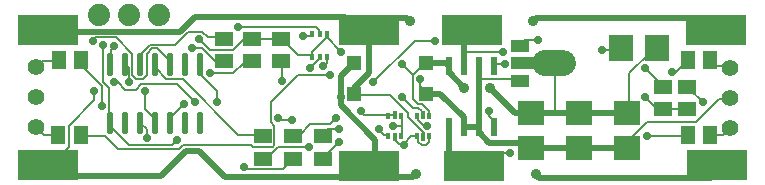
<source format=gbr>
G04 EAGLE Gerber RS-274X export*
G75*
%MOMM*%
%FSLAX34Y34*%
%LPD*%
%INTop Copper*%
%IPPOS*%
%AMOC8*
5,1,8,0,0,1.08239X$1,22.5*%
G01*
%ADD10R,1.300000X1.500000*%
%ADD11R,5.080000X2.540000*%
%ADD12C,1.400000*%
%ADD13R,0.420000X0.600000*%
%ADD14R,1.500000X1.000000*%
%ADD15R,2.000000X1.000000*%
%ADD16C,2.200000*%
%ADD17R,1.200000X1.200000*%
%ADD18R,1.500000X1.300000*%
%ADD19R,0.600000X1.600000*%
%ADD20R,2.200000X2.000000*%
%ADD21R,2.000000X2.200000*%
%ADD22C,0.295000*%
%ADD23C,1.879600*%
%ADD24R,0.375000X0.500000*%
%ADD25R,0.300000X0.650000*%
%ADD26C,0.508000*%
%ADD27C,0.906400*%
%ADD28C,0.152400*%
%ADD29C,0.706400*%


D10*
X569720Y41030D03*
X588720Y41030D03*
X569290Y104110D03*
X588290Y104110D03*
X37010Y104340D03*
X56010Y104340D03*
X36554Y40930D03*
X55554Y40930D03*
D11*
X28000Y130000D03*
X28000Y15500D03*
X593500Y129500D03*
X594000Y15500D03*
X386500Y130000D03*
X388540Y15000D03*
X300000Y130000D03*
X300000Y15000D03*
D12*
X605000Y97940D03*
X605000Y72540D03*
X605000Y47140D03*
X17360Y47700D03*
X17360Y73100D03*
X17360Y98500D03*
D13*
X251310Y126340D03*
X257810Y126340D03*
X264310Y126340D03*
X264310Y107340D03*
X257810Y107340D03*
X251310Y107340D03*
D14*
X427230Y116590D03*
X427230Y86610D03*
D15*
X429770Y101600D03*
D16*
X448940Y101600D02*
X463940Y101600D01*
D17*
X348000Y101900D03*
X348000Y75900D03*
X287000Y75900D03*
X287000Y101900D03*
D18*
X568960Y81890D03*
X568960Y62890D03*
X548640Y62890D03*
X548640Y81890D03*
X200660Y103530D03*
X200660Y122530D03*
X176530Y122530D03*
X176530Y103530D03*
X224790Y103530D03*
X224790Y122530D03*
D19*
X367030Y47660D03*
X379730Y47660D03*
X392430Y47660D03*
X405130Y47660D03*
X405130Y99660D03*
X392430Y99660D03*
X379730Y99660D03*
X367030Y99660D03*
D20*
X436880Y29450D03*
X436880Y59450D03*
X477520Y29450D03*
X477520Y59450D03*
X518160Y29450D03*
X518160Y59450D03*
D21*
X513320Y114300D03*
X543320Y114300D03*
D22*
X81485Y59675D02*
X81485Y43125D01*
X78535Y43125D01*
X78535Y59675D01*
X81485Y59675D01*
X81485Y45927D02*
X78535Y45927D01*
X78535Y48729D02*
X81485Y48729D01*
X81485Y51531D02*
X78535Y51531D01*
X78535Y54333D02*
X81485Y54333D01*
X81485Y57135D02*
X78535Y57135D01*
X94185Y59675D02*
X94185Y43125D01*
X91235Y43125D01*
X91235Y59675D01*
X94185Y59675D01*
X94185Y45927D02*
X91235Y45927D01*
X91235Y48729D02*
X94185Y48729D01*
X94185Y51531D02*
X91235Y51531D01*
X91235Y54333D02*
X94185Y54333D01*
X94185Y57135D02*
X91235Y57135D01*
X106885Y59675D02*
X106885Y43125D01*
X103935Y43125D01*
X103935Y59675D01*
X106885Y59675D01*
X106885Y45927D02*
X103935Y45927D01*
X103935Y48729D02*
X106885Y48729D01*
X106885Y51531D02*
X103935Y51531D01*
X103935Y54333D02*
X106885Y54333D01*
X106885Y57135D02*
X103935Y57135D01*
X119585Y59675D02*
X119585Y43125D01*
X116635Y43125D01*
X116635Y59675D01*
X119585Y59675D01*
X119585Y45927D02*
X116635Y45927D01*
X116635Y48729D02*
X119585Y48729D01*
X119585Y51531D02*
X116635Y51531D01*
X116635Y54333D02*
X119585Y54333D01*
X119585Y57135D02*
X116635Y57135D01*
X132285Y59675D02*
X132285Y43125D01*
X129335Y43125D01*
X129335Y59675D01*
X132285Y59675D01*
X132285Y45927D02*
X129335Y45927D01*
X129335Y48729D02*
X132285Y48729D01*
X132285Y51531D02*
X129335Y51531D01*
X129335Y54333D02*
X132285Y54333D01*
X132285Y57135D02*
X129335Y57135D01*
X144985Y59675D02*
X144985Y43125D01*
X142035Y43125D01*
X142035Y59675D01*
X144985Y59675D01*
X144985Y45927D02*
X142035Y45927D01*
X142035Y48729D02*
X144985Y48729D01*
X144985Y51531D02*
X142035Y51531D01*
X142035Y54333D02*
X144985Y54333D01*
X144985Y57135D02*
X142035Y57135D01*
X157685Y59675D02*
X157685Y43125D01*
X154735Y43125D01*
X154735Y59675D01*
X157685Y59675D01*
X157685Y45927D02*
X154735Y45927D01*
X154735Y48729D02*
X157685Y48729D01*
X157685Y51531D02*
X154735Y51531D01*
X154735Y54333D02*
X157685Y54333D01*
X157685Y57135D02*
X154735Y57135D01*
X157685Y92725D02*
X157685Y109275D01*
X157685Y92725D02*
X154735Y92725D01*
X154735Y109275D01*
X157685Y109275D01*
X157685Y95527D02*
X154735Y95527D01*
X154735Y98329D02*
X157685Y98329D01*
X157685Y101131D02*
X154735Y101131D01*
X154735Y103933D02*
X157685Y103933D01*
X157685Y106735D02*
X154735Y106735D01*
X144985Y109275D02*
X144985Y92725D01*
X142035Y92725D01*
X142035Y109275D01*
X144985Y109275D01*
X144985Y95527D02*
X142035Y95527D01*
X142035Y98329D02*
X144985Y98329D01*
X144985Y101131D02*
X142035Y101131D01*
X142035Y103933D02*
X144985Y103933D01*
X144985Y106735D02*
X142035Y106735D01*
X132285Y109275D02*
X132285Y92725D01*
X129335Y92725D01*
X129335Y109275D01*
X132285Y109275D01*
X132285Y95527D02*
X129335Y95527D01*
X129335Y98329D02*
X132285Y98329D01*
X132285Y101131D02*
X129335Y101131D01*
X129335Y103933D02*
X132285Y103933D01*
X132285Y106735D02*
X129335Y106735D01*
X119585Y109275D02*
X119585Y92725D01*
X116635Y92725D01*
X116635Y109275D01*
X119585Y109275D01*
X119585Y95527D02*
X116635Y95527D01*
X116635Y98329D02*
X119585Y98329D01*
X119585Y101131D02*
X116635Y101131D01*
X116635Y103933D02*
X119585Y103933D01*
X119585Y106735D02*
X116635Y106735D01*
X106885Y109275D02*
X106885Y92725D01*
X103935Y92725D01*
X103935Y109275D01*
X106885Y109275D01*
X106885Y95527D02*
X103935Y95527D01*
X103935Y98329D02*
X106885Y98329D01*
X106885Y101131D02*
X103935Y101131D01*
X103935Y103933D02*
X106885Y103933D01*
X106885Y106735D02*
X103935Y106735D01*
X94185Y109275D02*
X94185Y92725D01*
X91235Y92725D01*
X91235Y109275D01*
X94185Y109275D01*
X94185Y95527D02*
X91235Y95527D01*
X91235Y98329D02*
X94185Y98329D01*
X94185Y101131D02*
X91235Y101131D01*
X91235Y103933D02*
X94185Y103933D01*
X94185Y106735D02*
X91235Y106735D01*
X81485Y109275D02*
X81485Y92725D01*
X78535Y92725D01*
X78535Y109275D01*
X81485Y109275D01*
X81485Y95527D02*
X78535Y95527D01*
X78535Y98329D02*
X81485Y98329D01*
X81485Y101131D02*
X78535Y101131D01*
X78535Y103933D02*
X81485Y103933D01*
X81485Y106735D02*
X78535Y106735D01*
D23*
X121920Y142240D03*
X96520Y142240D03*
X71120Y142240D03*
D24*
X315935Y39760D03*
X326685Y39760D03*
D25*
X321310Y39010D03*
D24*
X326685Y56760D03*
X315935Y56760D03*
D25*
X321310Y57510D03*
D24*
X340065Y39760D03*
X350815Y39760D03*
D25*
X345440Y39010D03*
D24*
X350815Y56760D03*
X340065Y56760D03*
D25*
X345440Y57510D03*
D18*
X260350Y20980D03*
X260350Y39980D03*
X209550Y20980D03*
X209550Y39980D03*
X234950Y20980D03*
X234950Y39980D03*
D26*
X275590Y90490D02*
X287000Y101900D01*
X305080Y36590D02*
X305080Y20080D01*
X300000Y15000D01*
X305080Y36590D02*
X275590Y66080D01*
X275590Y73152D02*
X275590Y90490D01*
X275590Y73152D02*
X275590Y66080D01*
X590550Y12050D02*
X594000Y15500D01*
X590550Y12050D02*
X590550Y6350D01*
X589026Y4826D01*
X443484Y4826D02*
X440690Y7620D01*
D27*
X440690Y7620D03*
X339090Y7620D03*
D26*
X336550Y5080D01*
X309920Y5080D01*
X303570Y11430D01*
X300000Y15000D01*
X443484Y4826D02*
X589026Y4826D01*
X37404Y6096D02*
X28000Y15500D01*
X144589Y27064D02*
X155411Y27064D01*
X144589Y27064D02*
X123621Y6096D01*
X155411Y27064D02*
X177395Y5080D01*
X300990Y5080D01*
X303570Y7660D01*
X303570Y11430D01*
X123621Y6096D02*
X37404Y6096D01*
D28*
X344424Y57912D02*
X344424Y60960D01*
X341376Y64008D01*
X336804Y64008D01*
X327660Y73152D01*
X344424Y57912D02*
X345440Y57510D01*
X275844Y73152D02*
X275590Y73152D01*
X175260Y103632D02*
X169164Y103632D01*
X158496Y114300D01*
X149352Y114300D01*
X67056Y77724D02*
X67056Y70104D01*
X45720Y48768D01*
X45720Y30480D01*
X30480Y15240D01*
X175260Y103632D02*
X176530Y103530D01*
X30480Y15240D02*
X28000Y15500D01*
D29*
X327660Y73152D03*
X275844Y73152D03*
X149352Y114300D03*
X67056Y77724D03*
D26*
X287000Y80980D02*
X299720Y93700D01*
X287000Y80980D02*
X287000Y75900D01*
X299720Y129720D02*
X300000Y130000D01*
X299720Y129720D02*
X299720Y93700D01*
X300090Y129910D02*
X300000Y130000D01*
X582826Y140174D02*
X593500Y129500D01*
X441164Y140174D02*
X438150Y137160D01*
D27*
X438150Y137160D03*
X334010Y137160D03*
D26*
X331470Y139700D01*
X309880Y139700D01*
X300090Y129910D01*
X441164Y140174D02*
X582826Y140174D01*
X300000Y130000D02*
X289854Y119854D01*
X29730Y128270D02*
X28000Y130000D01*
X289854Y130516D02*
X289854Y119854D01*
X289854Y130516D02*
X279400Y140970D01*
X152400Y140970D01*
X139700Y128270D01*
X29730Y128270D01*
D28*
X345948Y42672D02*
X345948Y39624D01*
X345440Y39010D01*
X345948Y42672D02*
X332232Y56388D01*
X332232Y59436D01*
X316992Y74676D01*
X288036Y74676D01*
X287000Y75900D01*
X249936Y124968D02*
X243840Y124968D01*
X556260Y94488D02*
X559308Y94488D01*
X568452Y103632D01*
X251310Y126340D02*
X249936Y124968D01*
X568452Y103632D02*
X569290Y104110D01*
X76200Y39624D02*
X56388Y39624D01*
X76200Y39624D02*
X86868Y28956D01*
X138684Y28956D01*
X141732Y32004D01*
X199644Y32004D01*
X201168Y30480D01*
X217932Y30480D01*
X219456Y32004D01*
X219456Y48768D01*
X216408Y51816D01*
X216408Y68580D01*
X239268Y91440D01*
X266700Y91440D01*
X56388Y39624D02*
X55554Y40930D01*
D29*
X243840Y124968D03*
X556260Y94488D03*
X266700Y91440D03*
D28*
X588720Y41030D02*
X598890Y41030D01*
X598932Y41148D02*
X603504Y45720D01*
X598932Y41148D02*
X598890Y41030D01*
X603504Y45720D02*
X605000Y47140D01*
X603504Y99060D02*
X592836Y99060D01*
X588290Y104110D01*
X603504Y99060D02*
X605000Y97940D01*
X263652Y102108D02*
X263652Y106680D01*
X263652Y102108D02*
X260604Y99060D01*
X73152Y82296D02*
X73152Y65532D01*
X73152Y82296D02*
X56388Y99060D01*
X56388Y103632D01*
X263652Y106680D02*
X264310Y107340D01*
X56388Y103632D02*
X56010Y104340D01*
X534924Y39624D02*
X568452Y39624D01*
X569720Y41030D01*
D29*
X260604Y99060D03*
X73152Y65532D03*
X534924Y39624D03*
D28*
X36576Y103632D02*
X22860Y103632D01*
X18288Y99060D01*
X36576Y103632D02*
X37010Y104340D01*
X18288Y99060D02*
X17360Y98500D01*
X24384Y41148D02*
X35052Y41148D01*
X24384Y41148D02*
X18288Y47244D01*
X35052Y41148D02*
X36554Y40930D01*
X18288Y47244D02*
X17360Y47700D01*
D26*
X379730Y99660D02*
X379730Y111252D01*
X379730Y129540D01*
D28*
X385572Y129540D01*
X386500Y130000D01*
X533400Y97536D02*
X548640Y82296D01*
X413004Y111252D02*
X379730Y111252D01*
X548640Y82296D02*
X548640Y81890D01*
D29*
X533400Y97536D03*
X413004Y111252D03*
D26*
X388540Y15000D02*
X368540Y15000D01*
X367030Y16510D02*
X367030Y47660D01*
X367030Y16510D02*
X368540Y15000D01*
D28*
X569976Y80772D02*
X582168Y68580D01*
X419100Y25908D02*
X399288Y25908D01*
X390144Y16764D01*
X568960Y81890D02*
X569976Y80772D01*
X390144Y16764D02*
X388540Y15000D01*
D29*
X582168Y68580D03*
X419100Y25908D03*
D28*
X257556Y105156D02*
X257556Y106680D01*
X257556Y105156D02*
X249936Y97536D01*
X111252Y45720D02*
X111252Y38100D01*
X111252Y45720D02*
X106680Y50292D01*
X257556Y106680D02*
X257810Y107340D01*
X106680Y50292D02*
X105410Y51400D01*
D29*
X249936Y97536D03*
X111252Y38100D03*
D26*
X364790Y101900D02*
X367030Y99660D01*
X364790Y101900D02*
X348000Y101900D01*
X477520Y59450D02*
X518160Y59450D01*
X477520Y59450D02*
X457200Y59450D01*
X436880Y59450D01*
X423150Y59450D01*
X401955Y80645D01*
D27*
X401955Y80645D03*
X380365Y80645D03*
D26*
X367030Y93980D01*
X367030Y99660D01*
D28*
X224028Y121920D02*
X201168Y121920D01*
X200660Y122530D01*
X224028Y121920D02*
X224790Y122530D01*
X336804Y91440D02*
X345948Y100584D01*
X348000Y101900D01*
X431292Y102108D02*
X455676Y102108D01*
X431292Y102108D02*
X429770Y101600D01*
X455676Y102108D02*
X456440Y101600D01*
X350520Y60960D02*
X350520Y57912D01*
X350520Y60960D02*
X344424Y67056D01*
X341376Y67056D01*
X336804Y71628D01*
X336804Y91440D01*
X350520Y57912D02*
X350815Y56760D01*
X457200Y59450D02*
X457200Y100584D01*
X456440Y101600D01*
X537972Y111252D02*
X537972Y114300D01*
X537972Y111252D02*
X519684Y92964D01*
X519684Y60960D01*
X537972Y114300D02*
X543320Y114300D01*
X519684Y60960D02*
X518160Y59450D01*
X251460Y108204D02*
X251460Y111252D01*
X263652Y123444D02*
X265176Y124968D01*
X263652Y123444D02*
X251460Y111252D01*
X251460Y108204D02*
X251310Y107340D01*
X265176Y124968D02*
X264310Y126340D01*
X249936Y108204D02*
X239268Y108204D01*
X225552Y121920D01*
X249936Y108204D02*
X251310Y107340D01*
X225552Y121920D02*
X224790Y122530D01*
X80772Y112776D02*
X80772Y102108D01*
X80772Y112776D02*
X83820Y115824D01*
X80772Y102108D02*
X80010Y101000D01*
X193548Y121920D02*
X199644Y121920D01*
X193548Y121920D02*
X184404Y112776D01*
X164592Y112776D01*
X155448Y121920D01*
X199644Y121920D02*
X200660Y122530D01*
X327660Y100584D02*
X336804Y91440D01*
X275844Y111252D02*
X263652Y123444D01*
X264310Y126340D01*
D29*
X83820Y115824D03*
X155448Y121920D03*
X327660Y100584D03*
X275844Y111252D03*
D28*
X510540Y112776D02*
X512064Y114300D01*
X513320Y114300D01*
X79248Y80772D02*
X79248Y51816D01*
X79248Y80772D02*
X74676Y85344D01*
X74676Y117348D01*
X79248Y51816D02*
X80010Y51400D01*
X427230Y116590D02*
X431544Y120904D01*
X442976Y120904D01*
X496824Y112776D02*
X510540Y112776D01*
X513320Y114300D01*
X315468Y41148D02*
X312420Y41148D01*
X307848Y45720D01*
X274320Y45720D02*
X265176Y45720D01*
X260604Y41148D01*
X315468Y41148D02*
X315935Y39760D01*
X260604Y41148D02*
X260350Y39980D01*
X225552Y86868D02*
X225552Y102108D01*
X224790Y103530D01*
X338328Y120396D02*
X355092Y120396D01*
X338328Y120396D02*
X303276Y85344D01*
X80772Y50292D02*
X80772Y47244D01*
X96012Y32004D01*
X132588Y32004D01*
X137160Y36576D01*
X80772Y50292D02*
X80010Y51400D01*
D29*
X74676Y117348D03*
X442976Y120904D03*
X496824Y112776D03*
X307848Y45720D03*
X274320Y45720D03*
X225552Y86868D03*
X355092Y120396D03*
X303276Y85344D03*
X137160Y36576D03*
D26*
X392430Y88392D02*
X392430Y99660D01*
X392430Y88392D02*
X392430Y47660D01*
X379730Y47660D01*
X379730Y55880D02*
X359710Y75900D01*
X348000Y75900D01*
X379730Y55880D02*
X379730Y47660D01*
X432040Y34290D02*
X436880Y29450D01*
X432040Y34290D02*
X401320Y34290D01*
X392430Y43180D01*
X392430Y47660D01*
X436880Y29450D02*
X477520Y29450D01*
X518160Y29450D01*
D28*
X427230Y86610D02*
X427230Y86612D01*
X425450Y88392D01*
X392430Y88392D01*
X519684Y36576D02*
X519684Y30480D01*
X518160Y29450D01*
X595884Y71628D02*
X603504Y71628D01*
X595884Y71628D02*
X576072Y51816D01*
X534924Y51816D01*
X519684Y36576D01*
X603504Y71628D02*
X605000Y72540D01*
X519684Y36576D02*
X518160Y29450D01*
X342900Y82296D02*
X342900Y88392D01*
X342900Y82296D02*
X347472Y77724D01*
X348000Y75900D01*
D29*
X342900Y88392D03*
D28*
X548640Y62484D02*
X568452Y62484D01*
X548640Y62484D02*
X548640Y62890D01*
X568452Y62484D02*
X568960Y62890D01*
X199644Y102108D02*
X193548Y102108D01*
X184404Y92964D01*
X164592Y92964D01*
X96012Y97536D02*
X96012Y85344D01*
X96012Y97536D02*
X92964Y100584D01*
X199644Y102108D02*
X200660Y103530D01*
X92964Y100584D02*
X92710Y101000D01*
X542544Y64008D02*
X548640Y64008D01*
X542544Y64008D02*
X533400Y73152D01*
X548640Y64008D02*
X548640Y62890D01*
D29*
X164592Y92964D03*
X96012Y85344D03*
X533400Y73152D03*
D28*
X405130Y52832D02*
X405130Y47660D01*
X405130Y52832D02*
X400812Y57150D01*
X400812Y60960D01*
X234696Y53340D02*
X224028Y53340D01*
X222504Y54864D01*
X143256Y67056D02*
X131064Y54864D01*
X131064Y51816D01*
X130810Y51400D01*
D29*
X400812Y60960D03*
X234696Y53340D03*
X222504Y54864D03*
X143256Y67056D03*
D28*
X405384Y100584D02*
X414528Y100584D01*
X86868Y85344D02*
X83820Y85344D01*
X86868Y85344D02*
X92964Y79248D01*
X102108Y79248D01*
X106680Y83820D01*
X137160Y83820D01*
X152400Y68580D01*
X170688Y68580D02*
X170688Y77724D01*
X156972Y91440D01*
X156972Y100584D01*
X405130Y99660D02*
X405384Y100584D01*
X156972Y100584D02*
X156210Y101000D01*
D29*
X414528Y100584D03*
X83820Y85344D03*
X152400Y68580D03*
X170688Y68580D03*
D28*
X175260Y123444D02*
X163068Y123444D01*
X158496Y128016D01*
X146304Y128016D01*
X135636Y117348D01*
X114300Y117348D01*
X106680Y109728D01*
X106680Y102108D01*
X175260Y123444D02*
X176530Y122530D01*
X106680Y102108D02*
X105410Y101000D01*
X188976Y41148D02*
X208788Y41148D01*
X188976Y41148D02*
X141732Y88392D01*
X128016Y88392D01*
X118872Y97536D01*
X118872Y100584D01*
X208788Y41148D02*
X209550Y39980D01*
X118872Y100584D02*
X118110Y101000D01*
X257556Y126492D02*
X257556Y129540D01*
X254508Y132588D01*
X188976Y132588D01*
X109728Y77724D02*
X109728Y62484D01*
X117348Y54864D01*
X117348Y51816D01*
X257556Y126492D02*
X257810Y126340D01*
X118110Y51400D02*
X117348Y51816D01*
D29*
X188976Y132588D03*
X109728Y77724D03*
D28*
X129540Y102108D02*
X129540Y105156D01*
X120396Y114300D01*
X115824Y114300D01*
X111252Y109728D01*
X111252Y91440D01*
X108204Y88392D01*
X102108Y88392D01*
X99060Y91440D01*
X99060Y109728D01*
X85344Y123444D01*
X68580Y123444D01*
X65532Y120396D01*
X129540Y102108D02*
X130810Y101000D01*
D29*
X65532Y120396D03*
D28*
X341376Y56388D02*
X341376Y53340D01*
X345948Y48768D01*
X348996Y48768D01*
X271272Y54864D02*
X266192Y49784D01*
X249682Y49784D01*
X241046Y41148D01*
X236220Y41148D01*
X340065Y56760D02*
X341376Y56388D01*
X236220Y41148D02*
X234950Y39980D01*
D29*
X348996Y48768D03*
X271272Y54864D03*
D28*
X321564Y38100D02*
X321564Y36576D01*
X321564Y38100D02*
X321310Y39010D01*
X335280Y39624D02*
X339852Y39624D01*
X335280Y39624D02*
X329184Y33528D01*
X324612Y33528D01*
X321564Y36576D01*
X339852Y39624D02*
X340065Y39760D01*
X321310Y39010D02*
X321564Y36576D01*
X350520Y35052D02*
X350520Y39624D01*
X350520Y35052D02*
X347472Y32004D01*
X344424Y32004D01*
X341376Y35052D01*
X341376Y39624D01*
X350520Y39624D02*
X350815Y39760D01*
X341376Y39624D02*
X340065Y39760D01*
X329184Y33528D02*
X329184Y32004D01*
X195834Y12192D02*
X194056Y13970D01*
X195834Y12192D02*
X227076Y12192D01*
X234696Y19812D01*
X234950Y20980D01*
D29*
X329184Y32004D03*
X194056Y13970D03*
D28*
X327660Y48768D02*
X327660Y56388D01*
X327660Y48768D02*
X327660Y41148D01*
X326685Y39760D01*
X327660Y56388D02*
X326685Y56760D01*
X327660Y48768D02*
X320040Y48768D01*
X274320Y35052D02*
X260604Y21336D01*
X260350Y20980D01*
D29*
X320040Y48768D03*
X274320Y35052D03*
D28*
X316992Y57912D02*
X320040Y57912D01*
X316992Y57912D02*
X315935Y56760D01*
X320040Y57912D02*
X321310Y57510D01*
X315468Y57912D02*
X295656Y57912D01*
X292608Y60960D01*
X248412Y30480D02*
X222504Y30480D01*
X213360Y21336D01*
X210312Y21336D01*
X315468Y57912D02*
X315935Y56760D01*
X210312Y21336D02*
X209550Y20980D01*
D29*
X292608Y60960D03*
X248412Y30480D03*
M02*

</source>
